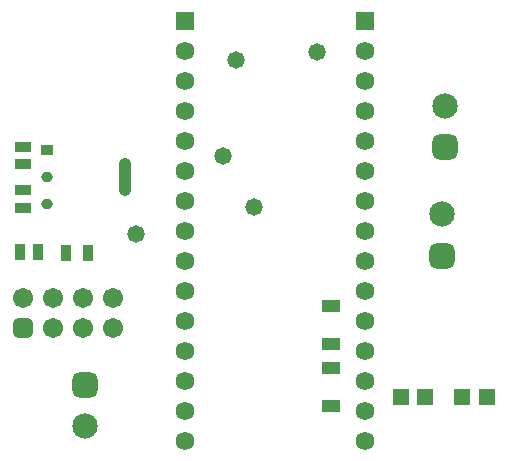
<source format=gts>
G04*
G04 #@! TF.GenerationSoftware,Altium Limited,Altium Designer,25.6.2 (33)*
G04*
G04 Layer_Color=8388736*
%FSLAX44Y44*%
%MOMM*%
G71*
G04*
G04 #@! TF.SameCoordinates,E10141E4-A060-4BB7-8850-C9F2C3C4F881*
G04*
G04*
G04 #@! TF.FilePolarity,Negative*
G04*
G01*
G75*
%ADD15R,1.5000X1.0000*%
%ADD16R,0.9500X1.4000*%
%ADD17R,1.0043X0.8721*%
G04:AMPARAMS|DCode=18|XSize=1.0043mm|YSize=0.8721mm|CornerRadius=0.4361mm|HoleSize=0mm|Usage=FLASHONLY|Rotation=0.000|XOffset=0mm|YOffset=0mm|HoleType=Round|Shape=RoundedRectangle|*
%AMROUNDEDRECTD18*
21,1,1.0043,0.0000,0,0,0.0*
21,1,0.1322,0.8721,0,0,0.0*
1,1,0.8721,0.0661,0.0000*
1,1,0.8721,-0.0661,0.0000*
1,1,0.8721,-0.0661,0.0000*
1,1,0.8721,0.0661,0.0000*
%
%ADD18ROUNDEDRECTD18*%
G04:AMPARAMS|DCode=19|XSize=1.0043mm|YSize=3.1821mm|CornerRadius=0.4369mm|HoleSize=0mm|Usage=FLASHONLY|Rotation=0.000|XOffset=0mm|YOffset=0mm|HoleType=Round|Shape=RoundedRectangle|*
%AMROUNDEDRECTD19*
21,1,1.0043,2.3084,0,0,0.0*
21,1,0.1306,3.1821,0,0,0.0*
1,1,0.8737,0.0653,-1.1542*
1,1,0.8737,-0.0653,-1.1542*
1,1,0.8737,-0.0653,1.1542*
1,1,0.8737,0.0653,1.1542*
%
%ADD19ROUNDEDRECTD19*%
%ADD20R,0.9500X1.3500*%
%ADD21R,1.3500X0.9500*%
%ADD22R,1.4032X1.4032*%
%ADD23R,1.5900X1.5900*%
%ADD24C,1.5900*%
%ADD25C,2.1532*%
G04:AMPARAMS|DCode=26|XSize=2.1532mm|YSize=2.1532mm|CornerRadius=0.5891mm|HoleSize=0mm|Usage=FLASHONLY|Rotation=90.000|XOffset=0mm|YOffset=0mm|HoleType=Round|Shape=RoundedRectangle|*
%AMROUNDEDRECTD26*
21,1,2.1532,0.9750,0,0,90.0*
21,1,0.9750,2.1532,0,0,90.0*
1,1,1.1782,0.4875,0.4875*
1,1,1.1782,0.4875,-0.4875*
1,1,1.1782,-0.4875,-0.4875*
1,1,1.1782,-0.4875,0.4875*
%
%ADD26ROUNDEDRECTD26*%
%ADD27C,1.7032*%
G04:AMPARAMS|DCode=28|XSize=1.7032mm|YSize=1.7032mm|CornerRadius=0.4766mm|HoleSize=0mm|Usage=FLASHONLY|Rotation=0.000|XOffset=0mm|YOffset=0mm|HoleType=Round|Shape=RoundedRectangle|*
%AMROUNDEDRECTD28*
21,1,1.7032,0.7500,0,0,0.0*
21,1,0.7500,1.7032,0,0,0.0*
1,1,0.9532,0.3750,-0.3750*
1,1,0.9532,-0.3750,-0.3750*
1,1,0.9532,-0.3750,0.3750*
1,1,0.9532,0.3750,0.3750*
%
%ADD28ROUNDEDRECTD28*%
%ADD29C,1.4732*%
D15*
X1191260Y757680D02*
D03*
Y725680D02*
D03*
Y673610D02*
D03*
Y705610D02*
D03*
D16*
X985880Y802640D02*
D03*
X967380D02*
D03*
D17*
X951300Y890310D02*
D03*
D18*
Y867410D02*
D03*
Y844510D02*
D03*
D19*
X1017200Y867410D02*
D03*
D20*
X943490Y803910D02*
D03*
X928490D02*
D03*
D21*
X930910Y892690D02*
D03*
Y877690D02*
D03*
Y855860D02*
D03*
Y840860D02*
D03*
D22*
X1271610Y680720D02*
D03*
X1250610D02*
D03*
X1323680D02*
D03*
X1302680D02*
D03*
D23*
X1220470Y999490D02*
D03*
X1068070D02*
D03*
D24*
X1220470Y974090D02*
D03*
Y948690D02*
D03*
Y923290D02*
D03*
Y897890D02*
D03*
Y872490D02*
D03*
Y847090D02*
D03*
Y821690D02*
D03*
Y796290D02*
D03*
Y770890D02*
D03*
Y745490D02*
D03*
Y720090D02*
D03*
Y694690D02*
D03*
Y669290D02*
D03*
Y643890D02*
D03*
X1068070Y974090D02*
D03*
Y948690D02*
D03*
Y923290D02*
D03*
Y897890D02*
D03*
Y872490D02*
D03*
Y847090D02*
D03*
Y821690D02*
D03*
Y796290D02*
D03*
Y770890D02*
D03*
Y745490D02*
D03*
Y720090D02*
D03*
Y694690D02*
D03*
Y669290D02*
D03*
Y643890D02*
D03*
D25*
X1287780Y927100D02*
D03*
X982980Y655880D02*
D03*
X1285700Y835380D02*
D03*
D26*
X1287780Y892100D02*
D03*
X982980Y690880D02*
D03*
X1285700Y800380D02*
D03*
D27*
X1007110Y764540D02*
D03*
X981710D02*
D03*
X1007110Y739140D02*
D03*
X981710D02*
D03*
X956310Y764540D02*
D03*
Y739140D02*
D03*
X930910Y764540D02*
D03*
D28*
Y739140D02*
D03*
D29*
X1179830Y972820D02*
D03*
X1026160Y819150D02*
D03*
X1111250Y966470D02*
D03*
X1100559Y885190D02*
D03*
X1126490Y842010D02*
D03*
M02*

</source>
